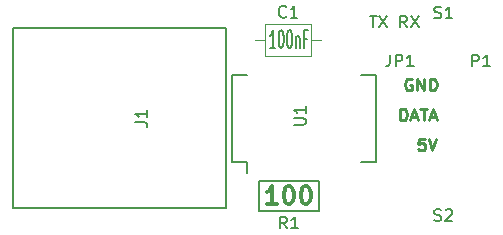
<source format=gto>
G04 #@! TF.FileFunction,Legend,Top*
%FSLAX46Y46*%
G04 Gerber Fmt 4.6, Leading zero omitted, Abs format (unit mm)*
G04 Created by KiCad (PCBNEW 4.0.6) date Tue May 23 23:14:16 2017*
%MOMM*%
%LPD*%
G01*
G04 APERTURE LIST*
%ADD10C,0.100000*%
%ADD11C,0.250000*%
%ADD12C,0.300000*%
%ADD13C,0.187500*%
%ADD14C,0.150000*%
%ADD15C,0.120000*%
G04 APERTURE END LIST*
D10*
D11*
X56197524Y-138898381D02*
X55721333Y-138898381D01*
X55673714Y-139374571D01*
X55721333Y-139326952D01*
X55816571Y-139279333D01*
X56054667Y-139279333D01*
X56149905Y-139326952D01*
X56197524Y-139374571D01*
X56245143Y-139469810D01*
X56245143Y-139707905D01*
X56197524Y-139803143D01*
X56149905Y-139850762D01*
X56054667Y-139898381D01*
X55816571Y-139898381D01*
X55721333Y-139850762D01*
X55673714Y-139803143D01*
X56530857Y-138898381D02*
X56864190Y-139898381D01*
X57197524Y-138898381D01*
X54126000Y-137358381D02*
X54126000Y-136358381D01*
X54364095Y-136358381D01*
X54506953Y-136406000D01*
X54602191Y-136501238D01*
X54649810Y-136596476D01*
X54697429Y-136786952D01*
X54697429Y-136929810D01*
X54649810Y-137120286D01*
X54602191Y-137215524D01*
X54506953Y-137310762D01*
X54364095Y-137358381D01*
X54126000Y-137358381D01*
X55078381Y-137072667D02*
X55554572Y-137072667D01*
X54983143Y-137358381D02*
X55316476Y-136358381D01*
X55649810Y-137358381D01*
X55840286Y-136358381D02*
X56411715Y-136358381D01*
X56126000Y-137358381D02*
X56126000Y-136358381D01*
X56697429Y-137072667D02*
X57173620Y-137072667D01*
X56602191Y-137358381D02*
X56935524Y-136358381D01*
X57268858Y-137358381D01*
X55118096Y-133866000D02*
X55022858Y-133818381D01*
X54880001Y-133818381D01*
X54737143Y-133866000D01*
X54641905Y-133961238D01*
X54594286Y-134056476D01*
X54546667Y-134246952D01*
X54546667Y-134389810D01*
X54594286Y-134580286D01*
X54641905Y-134675524D01*
X54737143Y-134770762D01*
X54880001Y-134818381D01*
X54975239Y-134818381D01*
X55118096Y-134770762D01*
X55165715Y-134723143D01*
X55165715Y-134389810D01*
X54975239Y-134389810D01*
X55594286Y-134818381D02*
X55594286Y-133818381D01*
X56165715Y-134818381D01*
X56165715Y-133818381D01*
X56641905Y-134818381D02*
X56641905Y-133818381D01*
X56880000Y-133818381D01*
X57022858Y-133866000D01*
X57118096Y-133961238D01*
X57165715Y-134056476D01*
X57213334Y-134246952D01*
X57213334Y-134389810D01*
X57165715Y-134580286D01*
X57118096Y-134675524D01*
X57022858Y-134770762D01*
X56880000Y-134818381D01*
X56641905Y-134818381D01*
D12*
X43704001Y-144442571D02*
X42846858Y-144442571D01*
X43275430Y-144442571D02*
X43275430Y-142942571D01*
X43132573Y-143156857D01*
X42989715Y-143299714D01*
X42846858Y-143371143D01*
X44632572Y-142942571D02*
X44775429Y-142942571D01*
X44918286Y-143014000D01*
X44989715Y-143085429D01*
X45061144Y-143228286D01*
X45132572Y-143514000D01*
X45132572Y-143871143D01*
X45061144Y-144156857D01*
X44989715Y-144299714D01*
X44918286Y-144371143D01*
X44775429Y-144442571D01*
X44632572Y-144442571D01*
X44489715Y-144371143D01*
X44418286Y-144299714D01*
X44346858Y-144156857D01*
X44275429Y-143871143D01*
X44275429Y-143514000D01*
X44346858Y-143228286D01*
X44418286Y-143085429D01*
X44489715Y-143014000D01*
X44632572Y-142942571D01*
X46061143Y-142942571D02*
X46204000Y-142942571D01*
X46346857Y-143014000D01*
X46418286Y-143085429D01*
X46489715Y-143228286D01*
X46561143Y-143514000D01*
X46561143Y-143871143D01*
X46489715Y-144156857D01*
X46418286Y-144299714D01*
X46346857Y-144371143D01*
X46204000Y-144442571D01*
X46061143Y-144442571D01*
X45918286Y-144371143D01*
X45846857Y-144299714D01*
X45775429Y-144156857D01*
X45704000Y-143871143D01*
X45704000Y-143514000D01*
X45775429Y-143228286D01*
X45846857Y-143085429D01*
X45918286Y-143014000D01*
X46061143Y-142942571D01*
D13*
X43543286Y-131234571D02*
X43114714Y-131234571D01*
X43329000Y-131234571D02*
X43329000Y-129734571D01*
X43257571Y-129948857D01*
X43186143Y-130091714D01*
X43114714Y-130163143D01*
X44007572Y-129734571D02*
X44079000Y-129734571D01*
X44150429Y-129806000D01*
X44186143Y-129877429D01*
X44221857Y-130020286D01*
X44257572Y-130306000D01*
X44257572Y-130663143D01*
X44221857Y-130948857D01*
X44186143Y-131091714D01*
X44150429Y-131163143D01*
X44079000Y-131234571D01*
X44007572Y-131234571D01*
X43936143Y-131163143D01*
X43900429Y-131091714D01*
X43864714Y-130948857D01*
X43829000Y-130663143D01*
X43829000Y-130306000D01*
X43864714Y-130020286D01*
X43900429Y-129877429D01*
X43936143Y-129806000D01*
X44007572Y-129734571D01*
X44721858Y-129734571D02*
X44793286Y-129734571D01*
X44864715Y-129806000D01*
X44900429Y-129877429D01*
X44936143Y-130020286D01*
X44971858Y-130306000D01*
X44971858Y-130663143D01*
X44936143Y-130948857D01*
X44900429Y-131091714D01*
X44864715Y-131163143D01*
X44793286Y-131234571D01*
X44721858Y-131234571D01*
X44650429Y-131163143D01*
X44614715Y-131091714D01*
X44579000Y-130948857D01*
X44543286Y-130663143D01*
X44543286Y-130306000D01*
X44579000Y-130020286D01*
X44614715Y-129877429D01*
X44650429Y-129806000D01*
X44721858Y-129734571D01*
X45293286Y-130234571D02*
X45293286Y-131234571D01*
X45293286Y-130377429D02*
X45329001Y-130306000D01*
X45400429Y-130234571D01*
X45507572Y-130234571D01*
X45579001Y-130306000D01*
X45614715Y-130448857D01*
X45614715Y-131234571D01*
X46221857Y-130448857D02*
X45971857Y-130448857D01*
X45971857Y-131234571D02*
X45971857Y-129734571D01*
X46329000Y-129734571D01*
D14*
X54697334Y-129484381D02*
X54364000Y-129008190D01*
X54125905Y-129484381D02*
X54125905Y-128484381D01*
X54506858Y-128484381D01*
X54602096Y-128532000D01*
X54649715Y-128579619D01*
X54697334Y-128674857D01*
X54697334Y-128817714D01*
X54649715Y-128912952D01*
X54602096Y-128960571D01*
X54506858Y-129008190D01*
X54125905Y-129008190D01*
X55030667Y-128484381D02*
X55697334Y-129484381D01*
X55697334Y-128484381D02*
X55030667Y-129484381D01*
X51562095Y-128484381D02*
X52133524Y-128484381D01*
X51847809Y-129484381D02*
X51847809Y-128484381D01*
X52371619Y-128484381D02*
X53038286Y-129484381D01*
X53038286Y-128484381D02*
X52371619Y-129484381D01*
X39869000Y-140835000D02*
X41139000Y-140835000D01*
X39869000Y-133485000D02*
X41139000Y-133485000D01*
X52079000Y-133485000D02*
X50809000Y-133485000D01*
X52079000Y-140835000D02*
X50809000Y-140835000D01*
X39869000Y-140835000D02*
X39869000Y-133485000D01*
X52079000Y-140835000D02*
X52079000Y-133485000D01*
X41139000Y-140835000D02*
X41139000Y-141770000D01*
X21336000Y-129540000D02*
X21336000Y-144780000D01*
X21336000Y-144780000D02*
X39370000Y-144780000D01*
X39370000Y-144780000D02*
X39370000Y-129540000D01*
X39370000Y-129540000D02*
X21336000Y-129540000D01*
X42164000Y-142494000D02*
X47244000Y-142494000D01*
X47244000Y-142494000D02*
X47244000Y-145034000D01*
X47244000Y-145034000D02*
X42164000Y-145034000D01*
X42164000Y-145034000D02*
X42164000Y-142494000D01*
D15*
X42684000Y-129196000D02*
X42684000Y-131916000D01*
X42684000Y-131916000D02*
X46604000Y-131916000D01*
X46604000Y-131916000D02*
X46604000Y-129196000D01*
X46604000Y-129196000D02*
X42684000Y-129196000D01*
X41874000Y-130556000D02*
X42684000Y-130556000D01*
X47414000Y-130556000D02*
X46604000Y-130556000D01*
D14*
X57023095Y-145819762D02*
X57165952Y-145867381D01*
X57404048Y-145867381D01*
X57499286Y-145819762D01*
X57546905Y-145772143D01*
X57594524Y-145676905D01*
X57594524Y-145581667D01*
X57546905Y-145486429D01*
X57499286Y-145438810D01*
X57404048Y-145391190D01*
X57213571Y-145343571D01*
X57118333Y-145295952D01*
X57070714Y-145248333D01*
X57023095Y-145153095D01*
X57023095Y-145057857D01*
X57070714Y-144962619D01*
X57118333Y-144915000D01*
X57213571Y-144867381D01*
X57451667Y-144867381D01*
X57594524Y-144915000D01*
X57975476Y-144962619D02*
X58023095Y-144915000D01*
X58118333Y-144867381D01*
X58356429Y-144867381D01*
X58451667Y-144915000D01*
X58499286Y-144962619D01*
X58546905Y-145057857D01*
X58546905Y-145153095D01*
X58499286Y-145295952D01*
X57927857Y-145867381D01*
X58546905Y-145867381D01*
X45116381Y-137731905D02*
X45925905Y-137731905D01*
X46021143Y-137684286D01*
X46068762Y-137636667D01*
X46116381Y-137541429D01*
X46116381Y-137350952D01*
X46068762Y-137255714D01*
X46021143Y-137208095D01*
X45925905Y-137160476D01*
X45116381Y-137160476D01*
X46116381Y-136160476D02*
X46116381Y-136731905D01*
X46116381Y-136446191D02*
X45116381Y-136446191D01*
X45259238Y-136541429D01*
X45354476Y-136636667D01*
X45402095Y-136731905D01*
X31710381Y-137493333D02*
X32424667Y-137493333D01*
X32567524Y-137540953D01*
X32662762Y-137636191D01*
X32710381Y-137779048D01*
X32710381Y-137874286D01*
X32710381Y-136493333D02*
X32710381Y-137064762D01*
X32710381Y-136779048D02*
X31710381Y-136779048D01*
X31853238Y-136874286D01*
X31948476Y-136969524D01*
X31996095Y-137064762D01*
X44537334Y-146502381D02*
X44204000Y-146026190D01*
X43965905Y-146502381D02*
X43965905Y-145502381D01*
X44346858Y-145502381D01*
X44442096Y-145550000D01*
X44489715Y-145597619D01*
X44537334Y-145692857D01*
X44537334Y-145835714D01*
X44489715Y-145930952D01*
X44442096Y-145978571D01*
X44346858Y-146026190D01*
X43965905Y-146026190D01*
X45489715Y-146502381D02*
X44918286Y-146502381D01*
X45204000Y-146502381D02*
X45204000Y-145502381D01*
X45108762Y-145645238D01*
X45013524Y-145740476D01*
X44918286Y-145788095D01*
X53268667Y-131786381D02*
X53268667Y-132500667D01*
X53221047Y-132643524D01*
X53125809Y-132738762D01*
X52982952Y-132786381D01*
X52887714Y-132786381D01*
X53744857Y-132786381D02*
X53744857Y-131786381D01*
X54125810Y-131786381D01*
X54221048Y-131834000D01*
X54268667Y-131881619D01*
X54316286Y-131976857D01*
X54316286Y-132119714D01*
X54268667Y-132214952D01*
X54221048Y-132262571D01*
X54125810Y-132310190D01*
X53744857Y-132310190D01*
X55268667Y-132786381D02*
X54697238Y-132786381D01*
X54982952Y-132786381D02*
X54982952Y-131786381D01*
X54887714Y-131929238D01*
X54792476Y-132024476D01*
X54697238Y-132072095D01*
X44477334Y-128553143D02*
X44429715Y-128600762D01*
X44286858Y-128648381D01*
X44191620Y-128648381D01*
X44048762Y-128600762D01*
X43953524Y-128505524D01*
X43905905Y-128410286D01*
X43858286Y-128219810D01*
X43858286Y-128076952D01*
X43905905Y-127886476D01*
X43953524Y-127791238D01*
X44048762Y-127696000D01*
X44191620Y-127648381D01*
X44286858Y-127648381D01*
X44429715Y-127696000D01*
X44477334Y-127743619D01*
X45429715Y-128648381D02*
X44858286Y-128648381D01*
X45144000Y-128648381D02*
X45144000Y-127648381D01*
X45048762Y-127791238D01*
X44953524Y-127886476D01*
X44858286Y-127934095D01*
X60221905Y-132786381D02*
X60221905Y-131786381D01*
X60602858Y-131786381D01*
X60698096Y-131834000D01*
X60745715Y-131881619D01*
X60793334Y-131976857D01*
X60793334Y-132119714D01*
X60745715Y-132214952D01*
X60698096Y-132262571D01*
X60602858Y-132310190D01*
X60221905Y-132310190D01*
X61745715Y-132786381D02*
X61174286Y-132786381D01*
X61460000Y-132786381D02*
X61460000Y-131786381D01*
X61364762Y-131929238D01*
X61269524Y-132024476D01*
X61174286Y-132072095D01*
X57023095Y-128674762D02*
X57165952Y-128722381D01*
X57404048Y-128722381D01*
X57499286Y-128674762D01*
X57546905Y-128627143D01*
X57594524Y-128531905D01*
X57594524Y-128436667D01*
X57546905Y-128341429D01*
X57499286Y-128293810D01*
X57404048Y-128246190D01*
X57213571Y-128198571D01*
X57118333Y-128150952D01*
X57070714Y-128103333D01*
X57023095Y-128008095D01*
X57023095Y-127912857D01*
X57070714Y-127817619D01*
X57118333Y-127770000D01*
X57213571Y-127722381D01*
X57451667Y-127722381D01*
X57594524Y-127770000D01*
X58546905Y-128722381D02*
X57975476Y-128722381D01*
X58261190Y-128722381D02*
X58261190Y-127722381D01*
X58165952Y-127865238D01*
X58070714Y-127960476D01*
X57975476Y-128008095D01*
M02*

</source>
